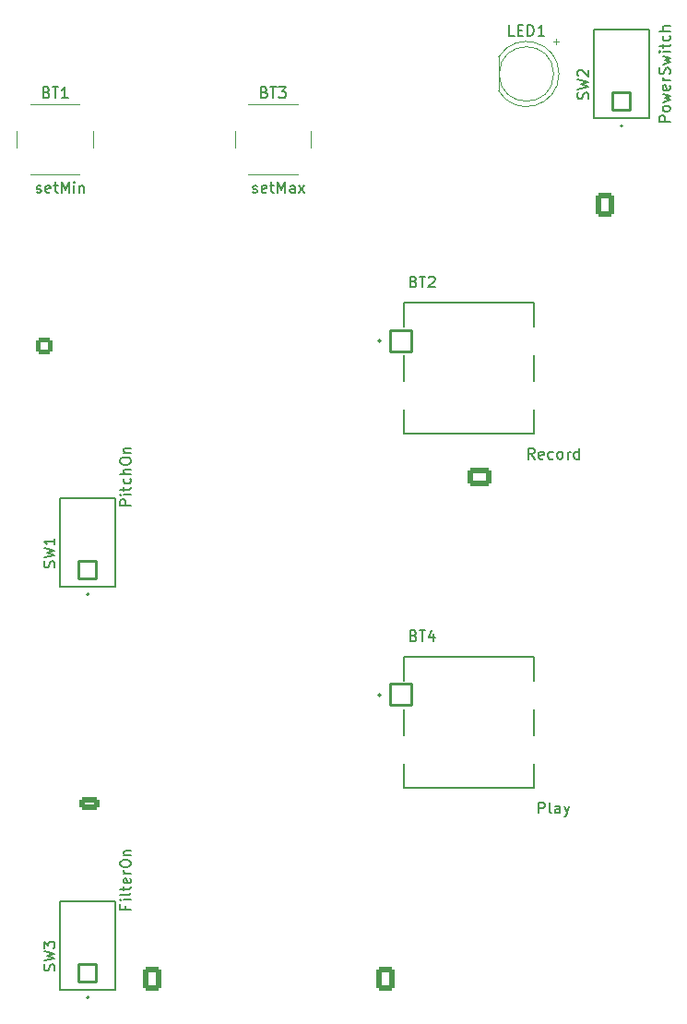
<source format=gto>
%TF.GenerationSoftware,KiCad,Pcbnew,9.0.6*%
%TF.CreationDate,2026-01-05T15:37:48+01:00*%
%TF.ProjectId,STR500_v1.1,53545235-3030-45f7-9631-2e312e6b6963,rev?*%
%TF.SameCoordinates,Original*%
%TF.FileFunction,Legend,Top*%
%TF.FilePolarity,Positive*%
%FSLAX46Y46*%
G04 Gerber Fmt 4.6, Leading zero omitted, Abs format (unit mm)*
G04 Created by KiCad (PCBNEW 9.0.6) date 2026-01-05 15:37:48*
%MOMM*%
%LPD*%
G01*
G04 APERTURE LIST*
G04 Aperture macros list*
%AMRoundRect*
0 Rectangle with rounded corners*
0 $1 Rounding radius*
0 $2 $3 $4 $5 $6 $7 $8 $9 X,Y pos of 4 corners*
0 Add a 4 corners polygon primitive as box body*
4,1,4,$2,$3,$4,$5,$6,$7,$8,$9,$2,$3,0*
0 Add four circle primitives for the rounded corners*
1,1,$1+$1,$2,$3*
1,1,$1+$1,$4,$5*
1,1,$1+$1,$6,$7*
1,1,$1+$1,$8,$9*
0 Add four rect primitives between the rounded corners*
20,1,$1+$1,$2,$3,$4,$5,0*
20,1,$1+$1,$4,$5,$6,$7,0*
20,1,$1+$1,$6,$7,$8,$9,0*
20,1,$1+$1,$8,$9,$2,$3,0*%
G04 Aperture macros list end*
%ADD10C,0.150000*%
%ADD11C,0.120000*%
%ADD12C,0.200000*%
%ADD13C,0.127000*%
%ADD14C,1.800000*%
%ADD15R,1.800000X1.800000*%
%ADD16C,1.839000*%
%ADD17RoundRect,0.102000X0.817500X-0.817500X0.817500X0.817500X-0.817500X0.817500X-0.817500X-0.817500X0*%
%ADD18R,1.700000X1.700000*%
%ADD19RoundRect,0.250000X0.650000X-0.350000X0.650000X0.350000X-0.650000X0.350000X-0.650000X-0.350000X0*%
%ADD20O,1.700000X1.700000*%
%ADD21O,1.800000X1.200000*%
%ADD22RoundRect,0.102000X-0.975000X-0.975000X0.975000X-0.975000X0.975000X0.975000X-0.975000X0.975000X0*%
%ADD23C,2.154000*%
%ADD24C,2.000000*%
%ADD25C,1.600000*%
%ADD26RoundRect,0.250000X-0.620000X-0.845000X0.620000X-0.845000X0.620000X0.845000X-0.620000X0.845000X0*%
%ADD27O,1.740000X2.190000*%
%ADD28C,1.700000*%
%ADD29RoundRect,0.250000X0.550000X-0.550000X0.550000X0.550000X-0.550000X0.550000X-0.550000X-0.550000X0*%
%ADD30RoundRect,0.250000X-0.845000X0.620000X-0.845000X-0.620000X0.845000X-0.620000X0.845000X0.620000X0*%
%ADD31O,2.190000X1.740000*%
G04 APERTURE END LIST*
D10*
X152150952Y-41494819D02*
X151674762Y-41494819D01*
X151674762Y-41494819D02*
X151674762Y-40494819D01*
X152484286Y-40971009D02*
X152817619Y-40971009D01*
X152960476Y-41494819D02*
X152484286Y-41494819D01*
X152484286Y-41494819D02*
X152484286Y-40494819D01*
X152484286Y-40494819D02*
X152960476Y-40494819D01*
X153389048Y-41494819D02*
X153389048Y-40494819D01*
X153389048Y-40494819D02*
X153627143Y-40494819D01*
X153627143Y-40494819D02*
X153770000Y-40542438D01*
X153770000Y-40542438D02*
X153865238Y-40637676D01*
X153865238Y-40637676D02*
X153912857Y-40732914D01*
X153912857Y-40732914D02*
X153960476Y-40923390D01*
X153960476Y-40923390D02*
X153960476Y-41066247D01*
X153960476Y-41066247D02*
X153912857Y-41256723D01*
X153912857Y-41256723D02*
X153865238Y-41351961D01*
X153865238Y-41351961D02*
X153770000Y-41447200D01*
X153770000Y-41447200D02*
X153627143Y-41494819D01*
X153627143Y-41494819D02*
X153389048Y-41494819D01*
X154912857Y-41494819D02*
X154341429Y-41494819D01*
X154627143Y-41494819D02*
X154627143Y-40494819D01*
X154627143Y-40494819D02*
X154531905Y-40637676D01*
X154531905Y-40637676D02*
X154436667Y-40732914D01*
X154436667Y-40732914D02*
X154341429Y-40780533D01*
X158914700Y-47285832D02*
X158962319Y-47142975D01*
X158962319Y-47142975D02*
X158962319Y-46904880D01*
X158962319Y-46904880D02*
X158914700Y-46809642D01*
X158914700Y-46809642D02*
X158867080Y-46762023D01*
X158867080Y-46762023D02*
X158771842Y-46714404D01*
X158771842Y-46714404D02*
X158676604Y-46714404D01*
X158676604Y-46714404D02*
X158581366Y-46762023D01*
X158581366Y-46762023D02*
X158533747Y-46809642D01*
X158533747Y-46809642D02*
X158486128Y-46904880D01*
X158486128Y-46904880D02*
X158438509Y-47095356D01*
X158438509Y-47095356D02*
X158390890Y-47190594D01*
X158390890Y-47190594D02*
X158343271Y-47238213D01*
X158343271Y-47238213D02*
X158248033Y-47285832D01*
X158248033Y-47285832D02*
X158152795Y-47285832D01*
X158152795Y-47285832D02*
X158057557Y-47238213D01*
X158057557Y-47238213D02*
X158009938Y-47190594D01*
X158009938Y-47190594D02*
X157962319Y-47095356D01*
X157962319Y-47095356D02*
X157962319Y-46857261D01*
X157962319Y-46857261D02*
X158009938Y-46714404D01*
X157962319Y-46381070D02*
X158962319Y-46142975D01*
X158962319Y-46142975D02*
X158248033Y-45952499D01*
X158248033Y-45952499D02*
X158962319Y-45762023D01*
X158962319Y-45762023D02*
X157962319Y-45523928D01*
X158057557Y-45190594D02*
X158009938Y-45142975D01*
X158009938Y-45142975D02*
X157962319Y-45047737D01*
X157962319Y-45047737D02*
X157962319Y-44809642D01*
X157962319Y-44809642D02*
X158009938Y-44714404D01*
X158009938Y-44714404D02*
X158057557Y-44666785D01*
X158057557Y-44666785D02*
X158152795Y-44619166D01*
X158152795Y-44619166D02*
X158248033Y-44619166D01*
X158248033Y-44619166D02*
X158390890Y-44666785D01*
X158390890Y-44666785D02*
X158962319Y-45238213D01*
X158962319Y-45238213D02*
X158962319Y-44619166D01*
X166454819Y-49380952D02*
X165454819Y-49380952D01*
X165454819Y-49380952D02*
X165454819Y-49000000D01*
X165454819Y-49000000D02*
X165502438Y-48904762D01*
X165502438Y-48904762D02*
X165550057Y-48857143D01*
X165550057Y-48857143D02*
X165645295Y-48809524D01*
X165645295Y-48809524D02*
X165788152Y-48809524D01*
X165788152Y-48809524D02*
X165883390Y-48857143D01*
X165883390Y-48857143D02*
X165931009Y-48904762D01*
X165931009Y-48904762D02*
X165978628Y-49000000D01*
X165978628Y-49000000D02*
X165978628Y-49380952D01*
X166454819Y-48238095D02*
X166407200Y-48333333D01*
X166407200Y-48333333D02*
X166359580Y-48380952D01*
X166359580Y-48380952D02*
X166264342Y-48428571D01*
X166264342Y-48428571D02*
X165978628Y-48428571D01*
X165978628Y-48428571D02*
X165883390Y-48380952D01*
X165883390Y-48380952D02*
X165835771Y-48333333D01*
X165835771Y-48333333D02*
X165788152Y-48238095D01*
X165788152Y-48238095D02*
X165788152Y-48095238D01*
X165788152Y-48095238D02*
X165835771Y-48000000D01*
X165835771Y-48000000D02*
X165883390Y-47952381D01*
X165883390Y-47952381D02*
X165978628Y-47904762D01*
X165978628Y-47904762D02*
X166264342Y-47904762D01*
X166264342Y-47904762D02*
X166359580Y-47952381D01*
X166359580Y-47952381D02*
X166407200Y-48000000D01*
X166407200Y-48000000D02*
X166454819Y-48095238D01*
X166454819Y-48095238D02*
X166454819Y-48238095D01*
X165788152Y-47571428D02*
X166454819Y-47380952D01*
X166454819Y-47380952D02*
X165978628Y-47190476D01*
X165978628Y-47190476D02*
X166454819Y-47000000D01*
X166454819Y-47000000D02*
X165788152Y-46809524D01*
X166407200Y-46047619D02*
X166454819Y-46142857D01*
X166454819Y-46142857D02*
X166454819Y-46333333D01*
X166454819Y-46333333D02*
X166407200Y-46428571D01*
X166407200Y-46428571D02*
X166311961Y-46476190D01*
X166311961Y-46476190D02*
X165931009Y-46476190D01*
X165931009Y-46476190D02*
X165835771Y-46428571D01*
X165835771Y-46428571D02*
X165788152Y-46333333D01*
X165788152Y-46333333D02*
X165788152Y-46142857D01*
X165788152Y-46142857D02*
X165835771Y-46047619D01*
X165835771Y-46047619D02*
X165931009Y-46000000D01*
X165931009Y-46000000D02*
X166026247Y-46000000D01*
X166026247Y-46000000D02*
X166121485Y-46476190D01*
X166454819Y-45571428D02*
X165788152Y-45571428D01*
X165978628Y-45571428D02*
X165883390Y-45523809D01*
X165883390Y-45523809D02*
X165835771Y-45476190D01*
X165835771Y-45476190D02*
X165788152Y-45380952D01*
X165788152Y-45380952D02*
X165788152Y-45285714D01*
X166407200Y-44999999D02*
X166454819Y-44857142D01*
X166454819Y-44857142D02*
X166454819Y-44619047D01*
X166454819Y-44619047D02*
X166407200Y-44523809D01*
X166407200Y-44523809D02*
X166359580Y-44476190D01*
X166359580Y-44476190D02*
X166264342Y-44428571D01*
X166264342Y-44428571D02*
X166169104Y-44428571D01*
X166169104Y-44428571D02*
X166073866Y-44476190D01*
X166073866Y-44476190D02*
X166026247Y-44523809D01*
X166026247Y-44523809D02*
X165978628Y-44619047D01*
X165978628Y-44619047D02*
X165931009Y-44809523D01*
X165931009Y-44809523D02*
X165883390Y-44904761D01*
X165883390Y-44904761D02*
X165835771Y-44952380D01*
X165835771Y-44952380D02*
X165740533Y-44999999D01*
X165740533Y-44999999D02*
X165645295Y-44999999D01*
X165645295Y-44999999D02*
X165550057Y-44952380D01*
X165550057Y-44952380D02*
X165502438Y-44904761D01*
X165502438Y-44904761D02*
X165454819Y-44809523D01*
X165454819Y-44809523D02*
X165454819Y-44571428D01*
X165454819Y-44571428D02*
X165502438Y-44428571D01*
X165788152Y-44095237D02*
X166454819Y-43904761D01*
X166454819Y-43904761D02*
X165978628Y-43714285D01*
X165978628Y-43714285D02*
X166454819Y-43523809D01*
X166454819Y-43523809D02*
X165788152Y-43333333D01*
X166454819Y-42952380D02*
X165788152Y-42952380D01*
X165454819Y-42952380D02*
X165502438Y-42999999D01*
X165502438Y-42999999D02*
X165550057Y-42952380D01*
X165550057Y-42952380D02*
X165502438Y-42904761D01*
X165502438Y-42904761D02*
X165454819Y-42952380D01*
X165454819Y-42952380D02*
X165550057Y-42952380D01*
X165788152Y-42619047D02*
X165788152Y-42238095D01*
X165454819Y-42476190D02*
X166311961Y-42476190D01*
X166311961Y-42476190D02*
X166407200Y-42428571D01*
X166407200Y-42428571D02*
X166454819Y-42333333D01*
X166454819Y-42333333D02*
X166454819Y-42238095D01*
X166407200Y-41476190D02*
X166454819Y-41571428D01*
X166454819Y-41571428D02*
X166454819Y-41761904D01*
X166454819Y-41761904D02*
X166407200Y-41857142D01*
X166407200Y-41857142D02*
X166359580Y-41904761D01*
X166359580Y-41904761D02*
X166264342Y-41952380D01*
X166264342Y-41952380D02*
X165978628Y-41952380D01*
X165978628Y-41952380D02*
X165883390Y-41904761D01*
X165883390Y-41904761D02*
X165835771Y-41857142D01*
X165835771Y-41857142D02*
X165788152Y-41761904D01*
X165788152Y-41761904D02*
X165788152Y-41571428D01*
X165788152Y-41571428D02*
X165835771Y-41476190D01*
X166454819Y-41047618D02*
X165454819Y-41047618D01*
X166454819Y-40619047D02*
X165931009Y-40619047D01*
X165931009Y-40619047D02*
X165835771Y-40666666D01*
X165835771Y-40666666D02*
X165788152Y-40761904D01*
X165788152Y-40761904D02*
X165788152Y-40904761D01*
X165788152Y-40904761D02*
X165835771Y-40999999D01*
X165835771Y-40999999D02*
X165883390Y-41047618D01*
X142914285Y-96546009D02*
X143057142Y-96593628D01*
X143057142Y-96593628D02*
X143104761Y-96641247D01*
X143104761Y-96641247D02*
X143152380Y-96736485D01*
X143152380Y-96736485D02*
X143152380Y-96879342D01*
X143152380Y-96879342D02*
X143104761Y-96974580D01*
X143104761Y-96974580D02*
X143057142Y-97022200D01*
X143057142Y-97022200D02*
X142961904Y-97069819D01*
X142961904Y-97069819D02*
X142580952Y-97069819D01*
X142580952Y-97069819D02*
X142580952Y-96069819D01*
X142580952Y-96069819D02*
X142914285Y-96069819D01*
X142914285Y-96069819D02*
X143009523Y-96117438D01*
X143009523Y-96117438D02*
X143057142Y-96165057D01*
X143057142Y-96165057D02*
X143104761Y-96260295D01*
X143104761Y-96260295D02*
X143104761Y-96355533D01*
X143104761Y-96355533D02*
X143057142Y-96450771D01*
X143057142Y-96450771D02*
X143009523Y-96498390D01*
X143009523Y-96498390D02*
X142914285Y-96546009D01*
X142914285Y-96546009D02*
X142580952Y-96546009D01*
X143438095Y-96069819D02*
X144009523Y-96069819D01*
X143723809Y-97069819D02*
X143723809Y-96069819D01*
X144771428Y-96403152D02*
X144771428Y-97069819D01*
X144533333Y-96022200D02*
X144295238Y-96736485D01*
X144295238Y-96736485D02*
X144914285Y-96736485D01*
X154407857Y-112839819D02*
X154407857Y-111839819D01*
X154407857Y-111839819D02*
X154788809Y-111839819D01*
X154788809Y-111839819D02*
X154884047Y-111887438D01*
X154884047Y-111887438D02*
X154931666Y-111935057D01*
X154931666Y-111935057D02*
X154979285Y-112030295D01*
X154979285Y-112030295D02*
X154979285Y-112173152D01*
X154979285Y-112173152D02*
X154931666Y-112268390D01*
X154931666Y-112268390D02*
X154884047Y-112316009D01*
X154884047Y-112316009D02*
X154788809Y-112363628D01*
X154788809Y-112363628D02*
X154407857Y-112363628D01*
X155550714Y-112839819D02*
X155455476Y-112792200D01*
X155455476Y-112792200D02*
X155407857Y-112696961D01*
X155407857Y-112696961D02*
X155407857Y-111839819D01*
X156360238Y-112839819D02*
X156360238Y-112316009D01*
X156360238Y-112316009D02*
X156312619Y-112220771D01*
X156312619Y-112220771D02*
X156217381Y-112173152D01*
X156217381Y-112173152D02*
X156026905Y-112173152D01*
X156026905Y-112173152D02*
X155931667Y-112220771D01*
X156360238Y-112792200D02*
X156265000Y-112839819D01*
X156265000Y-112839819D02*
X156026905Y-112839819D01*
X156026905Y-112839819D02*
X155931667Y-112792200D01*
X155931667Y-112792200D02*
X155884048Y-112696961D01*
X155884048Y-112696961D02*
X155884048Y-112601723D01*
X155884048Y-112601723D02*
X155931667Y-112506485D01*
X155931667Y-112506485D02*
X156026905Y-112458866D01*
X156026905Y-112458866D02*
X156265000Y-112458866D01*
X156265000Y-112458866D02*
X156360238Y-112411247D01*
X156741191Y-112173152D02*
X156979286Y-112839819D01*
X157217381Y-112173152D02*
X156979286Y-112839819D01*
X156979286Y-112839819D02*
X156884048Y-113077914D01*
X156884048Y-113077914D02*
X156836429Y-113125533D01*
X156836429Y-113125533D02*
X156741191Y-113173152D01*
X109214285Y-46681009D02*
X109357142Y-46728628D01*
X109357142Y-46728628D02*
X109404761Y-46776247D01*
X109404761Y-46776247D02*
X109452380Y-46871485D01*
X109452380Y-46871485D02*
X109452380Y-47014342D01*
X109452380Y-47014342D02*
X109404761Y-47109580D01*
X109404761Y-47109580D02*
X109357142Y-47157200D01*
X109357142Y-47157200D02*
X109261904Y-47204819D01*
X109261904Y-47204819D02*
X108880952Y-47204819D01*
X108880952Y-47204819D02*
X108880952Y-46204819D01*
X108880952Y-46204819D02*
X109214285Y-46204819D01*
X109214285Y-46204819D02*
X109309523Y-46252438D01*
X109309523Y-46252438D02*
X109357142Y-46300057D01*
X109357142Y-46300057D02*
X109404761Y-46395295D01*
X109404761Y-46395295D02*
X109404761Y-46490533D01*
X109404761Y-46490533D02*
X109357142Y-46585771D01*
X109357142Y-46585771D02*
X109309523Y-46633390D01*
X109309523Y-46633390D02*
X109214285Y-46681009D01*
X109214285Y-46681009D02*
X108880952Y-46681009D01*
X109738095Y-46204819D02*
X110309523Y-46204819D01*
X110023809Y-47204819D02*
X110023809Y-46204819D01*
X111166666Y-47204819D02*
X110595238Y-47204819D01*
X110880952Y-47204819D02*
X110880952Y-46204819D01*
X110880952Y-46204819D02*
X110785714Y-46347676D01*
X110785714Y-46347676D02*
X110690476Y-46442914D01*
X110690476Y-46442914D02*
X110595238Y-46490533D01*
X108309524Y-55857200D02*
X108404762Y-55904819D01*
X108404762Y-55904819D02*
X108595238Y-55904819D01*
X108595238Y-55904819D02*
X108690476Y-55857200D01*
X108690476Y-55857200D02*
X108738095Y-55761961D01*
X108738095Y-55761961D02*
X108738095Y-55714342D01*
X108738095Y-55714342D02*
X108690476Y-55619104D01*
X108690476Y-55619104D02*
X108595238Y-55571485D01*
X108595238Y-55571485D02*
X108452381Y-55571485D01*
X108452381Y-55571485D02*
X108357143Y-55523866D01*
X108357143Y-55523866D02*
X108309524Y-55428628D01*
X108309524Y-55428628D02*
X108309524Y-55381009D01*
X108309524Y-55381009D02*
X108357143Y-55285771D01*
X108357143Y-55285771D02*
X108452381Y-55238152D01*
X108452381Y-55238152D02*
X108595238Y-55238152D01*
X108595238Y-55238152D02*
X108690476Y-55285771D01*
X109547619Y-55857200D02*
X109452381Y-55904819D01*
X109452381Y-55904819D02*
X109261905Y-55904819D01*
X109261905Y-55904819D02*
X109166667Y-55857200D01*
X109166667Y-55857200D02*
X109119048Y-55761961D01*
X109119048Y-55761961D02*
X109119048Y-55381009D01*
X109119048Y-55381009D02*
X109166667Y-55285771D01*
X109166667Y-55285771D02*
X109261905Y-55238152D01*
X109261905Y-55238152D02*
X109452381Y-55238152D01*
X109452381Y-55238152D02*
X109547619Y-55285771D01*
X109547619Y-55285771D02*
X109595238Y-55381009D01*
X109595238Y-55381009D02*
X109595238Y-55476247D01*
X109595238Y-55476247D02*
X109119048Y-55571485D01*
X109880953Y-55238152D02*
X110261905Y-55238152D01*
X110023810Y-54904819D02*
X110023810Y-55761961D01*
X110023810Y-55761961D02*
X110071429Y-55857200D01*
X110071429Y-55857200D02*
X110166667Y-55904819D01*
X110166667Y-55904819D02*
X110261905Y-55904819D01*
X110595239Y-55904819D02*
X110595239Y-54904819D01*
X110595239Y-54904819D02*
X110928572Y-55619104D01*
X110928572Y-55619104D02*
X111261905Y-54904819D01*
X111261905Y-54904819D02*
X111261905Y-55904819D01*
X111738096Y-55904819D02*
X111738096Y-55238152D01*
X111738096Y-54904819D02*
X111690477Y-54952438D01*
X111690477Y-54952438D02*
X111738096Y-55000057D01*
X111738096Y-55000057D02*
X111785715Y-54952438D01*
X111785715Y-54952438D02*
X111738096Y-54904819D01*
X111738096Y-54904819D02*
X111738096Y-55000057D01*
X112214286Y-55238152D02*
X112214286Y-55904819D01*
X112214286Y-55333390D02*
X112261905Y-55285771D01*
X112261905Y-55285771D02*
X112357143Y-55238152D01*
X112357143Y-55238152D02*
X112500000Y-55238152D01*
X112500000Y-55238152D02*
X112595238Y-55285771D01*
X112595238Y-55285771D02*
X112642857Y-55381009D01*
X112642857Y-55381009D02*
X112642857Y-55904819D01*
X142914285Y-64046009D02*
X143057142Y-64093628D01*
X143057142Y-64093628D02*
X143104761Y-64141247D01*
X143104761Y-64141247D02*
X143152380Y-64236485D01*
X143152380Y-64236485D02*
X143152380Y-64379342D01*
X143152380Y-64379342D02*
X143104761Y-64474580D01*
X143104761Y-64474580D02*
X143057142Y-64522200D01*
X143057142Y-64522200D02*
X142961904Y-64569819D01*
X142961904Y-64569819D02*
X142580952Y-64569819D01*
X142580952Y-64569819D02*
X142580952Y-63569819D01*
X142580952Y-63569819D02*
X142914285Y-63569819D01*
X142914285Y-63569819D02*
X143009523Y-63617438D01*
X143009523Y-63617438D02*
X143057142Y-63665057D01*
X143057142Y-63665057D02*
X143104761Y-63760295D01*
X143104761Y-63760295D02*
X143104761Y-63855533D01*
X143104761Y-63855533D02*
X143057142Y-63950771D01*
X143057142Y-63950771D02*
X143009523Y-63998390D01*
X143009523Y-63998390D02*
X142914285Y-64046009D01*
X142914285Y-64046009D02*
X142580952Y-64046009D01*
X143438095Y-63569819D02*
X144009523Y-63569819D01*
X143723809Y-64569819D02*
X143723809Y-63569819D01*
X144295238Y-63665057D02*
X144342857Y-63617438D01*
X144342857Y-63617438D02*
X144438095Y-63569819D01*
X144438095Y-63569819D02*
X144676190Y-63569819D01*
X144676190Y-63569819D02*
X144771428Y-63617438D01*
X144771428Y-63617438D02*
X144819047Y-63665057D01*
X144819047Y-63665057D02*
X144866666Y-63760295D01*
X144866666Y-63760295D02*
X144866666Y-63855533D01*
X144866666Y-63855533D02*
X144819047Y-63998390D01*
X144819047Y-63998390D02*
X144247619Y-64569819D01*
X144247619Y-64569819D02*
X144866666Y-64569819D01*
X154003094Y-80339819D02*
X153669761Y-79863628D01*
X153431666Y-80339819D02*
X153431666Y-79339819D01*
X153431666Y-79339819D02*
X153812618Y-79339819D01*
X153812618Y-79339819D02*
X153907856Y-79387438D01*
X153907856Y-79387438D02*
X153955475Y-79435057D01*
X153955475Y-79435057D02*
X154003094Y-79530295D01*
X154003094Y-79530295D02*
X154003094Y-79673152D01*
X154003094Y-79673152D02*
X153955475Y-79768390D01*
X153955475Y-79768390D02*
X153907856Y-79816009D01*
X153907856Y-79816009D02*
X153812618Y-79863628D01*
X153812618Y-79863628D02*
X153431666Y-79863628D01*
X154812618Y-80292200D02*
X154717380Y-80339819D01*
X154717380Y-80339819D02*
X154526904Y-80339819D01*
X154526904Y-80339819D02*
X154431666Y-80292200D01*
X154431666Y-80292200D02*
X154384047Y-80196961D01*
X154384047Y-80196961D02*
X154384047Y-79816009D01*
X154384047Y-79816009D02*
X154431666Y-79720771D01*
X154431666Y-79720771D02*
X154526904Y-79673152D01*
X154526904Y-79673152D02*
X154717380Y-79673152D01*
X154717380Y-79673152D02*
X154812618Y-79720771D01*
X154812618Y-79720771D02*
X154860237Y-79816009D01*
X154860237Y-79816009D02*
X154860237Y-79911247D01*
X154860237Y-79911247D02*
X154384047Y-80006485D01*
X155717380Y-80292200D02*
X155622142Y-80339819D01*
X155622142Y-80339819D02*
X155431666Y-80339819D01*
X155431666Y-80339819D02*
X155336428Y-80292200D01*
X155336428Y-80292200D02*
X155288809Y-80244580D01*
X155288809Y-80244580D02*
X155241190Y-80149342D01*
X155241190Y-80149342D02*
X155241190Y-79863628D01*
X155241190Y-79863628D02*
X155288809Y-79768390D01*
X155288809Y-79768390D02*
X155336428Y-79720771D01*
X155336428Y-79720771D02*
X155431666Y-79673152D01*
X155431666Y-79673152D02*
X155622142Y-79673152D01*
X155622142Y-79673152D02*
X155717380Y-79720771D01*
X156288809Y-80339819D02*
X156193571Y-80292200D01*
X156193571Y-80292200D02*
X156145952Y-80244580D01*
X156145952Y-80244580D02*
X156098333Y-80149342D01*
X156098333Y-80149342D02*
X156098333Y-79863628D01*
X156098333Y-79863628D02*
X156145952Y-79768390D01*
X156145952Y-79768390D02*
X156193571Y-79720771D01*
X156193571Y-79720771D02*
X156288809Y-79673152D01*
X156288809Y-79673152D02*
X156431666Y-79673152D01*
X156431666Y-79673152D02*
X156526904Y-79720771D01*
X156526904Y-79720771D02*
X156574523Y-79768390D01*
X156574523Y-79768390D02*
X156622142Y-79863628D01*
X156622142Y-79863628D02*
X156622142Y-80149342D01*
X156622142Y-80149342D02*
X156574523Y-80244580D01*
X156574523Y-80244580D02*
X156526904Y-80292200D01*
X156526904Y-80292200D02*
X156431666Y-80339819D01*
X156431666Y-80339819D02*
X156288809Y-80339819D01*
X157050714Y-80339819D02*
X157050714Y-79673152D01*
X157050714Y-79863628D02*
X157098333Y-79768390D01*
X157098333Y-79768390D02*
X157145952Y-79720771D01*
X157145952Y-79720771D02*
X157241190Y-79673152D01*
X157241190Y-79673152D02*
X157336428Y-79673152D01*
X158098333Y-80339819D02*
X158098333Y-79339819D01*
X158098333Y-80292200D02*
X158003095Y-80339819D01*
X158003095Y-80339819D02*
X157812619Y-80339819D01*
X157812619Y-80339819D02*
X157717381Y-80292200D01*
X157717381Y-80292200D02*
X157669762Y-80244580D01*
X157669762Y-80244580D02*
X157622143Y-80149342D01*
X157622143Y-80149342D02*
X157622143Y-79863628D01*
X157622143Y-79863628D02*
X157669762Y-79768390D01*
X157669762Y-79768390D02*
X157717381Y-79720771D01*
X157717381Y-79720771D02*
X157812619Y-79673152D01*
X157812619Y-79673152D02*
X158003095Y-79673152D01*
X158003095Y-79673152D02*
X158098333Y-79720771D01*
X109914700Y-127285832D02*
X109962319Y-127142975D01*
X109962319Y-127142975D02*
X109962319Y-126904880D01*
X109962319Y-126904880D02*
X109914700Y-126809642D01*
X109914700Y-126809642D02*
X109867080Y-126762023D01*
X109867080Y-126762023D02*
X109771842Y-126714404D01*
X109771842Y-126714404D02*
X109676604Y-126714404D01*
X109676604Y-126714404D02*
X109581366Y-126762023D01*
X109581366Y-126762023D02*
X109533747Y-126809642D01*
X109533747Y-126809642D02*
X109486128Y-126904880D01*
X109486128Y-126904880D02*
X109438509Y-127095356D01*
X109438509Y-127095356D02*
X109390890Y-127190594D01*
X109390890Y-127190594D02*
X109343271Y-127238213D01*
X109343271Y-127238213D02*
X109248033Y-127285832D01*
X109248033Y-127285832D02*
X109152795Y-127285832D01*
X109152795Y-127285832D02*
X109057557Y-127238213D01*
X109057557Y-127238213D02*
X109009938Y-127190594D01*
X109009938Y-127190594D02*
X108962319Y-127095356D01*
X108962319Y-127095356D02*
X108962319Y-126857261D01*
X108962319Y-126857261D02*
X109009938Y-126714404D01*
X108962319Y-126381070D02*
X109962319Y-126142975D01*
X109962319Y-126142975D02*
X109248033Y-125952499D01*
X109248033Y-125952499D02*
X109962319Y-125762023D01*
X109962319Y-125762023D02*
X108962319Y-125523928D01*
X108962319Y-125238213D02*
X108962319Y-124619166D01*
X108962319Y-124619166D02*
X109343271Y-124952499D01*
X109343271Y-124952499D02*
X109343271Y-124809642D01*
X109343271Y-124809642D02*
X109390890Y-124714404D01*
X109390890Y-124714404D02*
X109438509Y-124666785D01*
X109438509Y-124666785D02*
X109533747Y-124619166D01*
X109533747Y-124619166D02*
X109771842Y-124619166D01*
X109771842Y-124619166D02*
X109867080Y-124666785D01*
X109867080Y-124666785D02*
X109914700Y-124714404D01*
X109914700Y-124714404D02*
X109962319Y-124809642D01*
X109962319Y-124809642D02*
X109962319Y-125095356D01*
X109962319Y-125095356D02*
X109914700Y-125190594D01*
X109914700Y-125190594D02*
X109867080Y-125238213D01*
X116423509Y-121324643D02*
X116423509Y-121657976D01*
X116947319Y-121657976D02*
X115947319Y-121657976D01*
X115947319Y-121657976D02*
X115947319Y-121181786D01*
X116947319Y-120800833D02*
X116280652Y-120800833D01*
X115947319Y-120800833D02*
X115994938Y-120848452D01*
X115994938Y-120848452D02*
X116042557Y-120800833D01*
X116042557Y-120800833D02*
X115994938Y-120753214D01*
X115994938Y-120753214D02*
X115947319Y-120800833D01*
X115947319Y-120800833D02*
X116042557Y-120800833D01*
X116947319Y-120181786D02*
X116899700Y-120277024D01*
X116899700Y-120277024D02*
X116804461Y-120324643D01*
X116804461Y-120324643D02*
X115947319Y-120324643D01*
X116280652Y-119943690D02*
X116280652Y-119562738D01*
X115947319Y-119800833D02*
X116804461Y-119800833D01*
X116804461Y-119800833D02*
X116899700Y-119753214D01*
X116899700Y-119753214D02*
X116947319Y-119657976D01*
X116947319Y-119657976D02*
X116947319Y-119562738D01*
X116899700Y-118848452D02*
X116947319Y-118943690D01*
X116947319Y-118943690D02*
X116947319Y-119134166D01*
X116947319Y-119134166D02*
X116899700Y-119229404D01*
X116899700Y-119229404D02*
X116804461Y-119277023D01*
X116804461Y-119277023D02*
X116423509Y-119277023D01*
X116423509Y-119277023D02*
X116328271Y-119229404D01*
X116328271Y-119229404D02*
X116280652Y-119134166D01*
X116280652Y-119134166D02*
X116280652Y-118943690D01*
X116280652Y-118943690D02*
X116328271Y-118848452D01*
X116328271Y-118848452D02*
X116423509Y-118800833D01*
X116423509Y-118800833D02*
X116518747Y-118800833D01*
X116518747Y-118800833D02*
X116613985Y-119277023D01*
X116947319Y-118372261D02*
X116280652Y-118372261D01*
X116471128Y-118372261D02*
X116375890Y-118324642D01*
X116375890Y-118324642D02*
X116328271Y-118277023D01*
X116328271Y-118277023D02*
X116280652Y-118181785D01*
X116280652Y-118181785D02*
X116280652Y-118086547D01*
X115947319Y-117562737D02*
X115947319Y-117372261D01*
X115947319Y-117372261D02*
X115994938Y-117277023D01*
X115994938Y-117277023D02*
X116090176Y-117181785D01*
X116090176Y-117181785D02*
X116280652Y-117134166D01*
X116280652Y-117134166D02*
X116613985Y-117134166D01*
X116613985Y-117134166D02*
X116804461Y-117181785D01*
X116804461Y-117181785D02*
X116899700Y-117277023D01*
X116899700Y-117277023D02*
X116947319Y-117372261D01*
X116947319Y-117372261D02*
X116947319Y-117562737D01*
X116947319Y-117562737D02*
X116899700Y-117657975D01*
X116899700Y-117657975D02*
X116804461Y-117753213D01*
X116804461Y-117753213D02*
X116613985Y-117800832D01*
X116613985Y-117800832D02*
X116280652Y-117800832D01*
X116280652Y-117800832D02*
X116090176Y-117753213D01*
X116090176Y-117753213D02*
X115994938Y-117657975D01*
X115994938Y-117657975D02*
X115947319Y-117562737D01*
X116280652Y-116705594D02*
X116947319Y-116705594D01*
X116375890Y-116705594D02*
X116328271Y-116657975D01*
X116328271Y-116657975D02*
X116280652Y-116562737D01*
X116280652Y-116562737D02*
X116280652Y-116419880D01*
X116280652Y-116419880D02*
X116328271Y-116324642D01*
X116328271Y-116324642D02*
X116423509Y-116277023D01*
X116423509Y-116277023D02*
X116947319Y-116277023D01*
X109914700Y-90285832D02*
X109962319Y-90142975D01*
X109962319Y-90142975D02*
X109962319Y-89904880D01*
X109962319Y-89904880D02*
X109914700Y-89809642D01*
X109914700Y-89809642D02*
X109867080Y-89762023D01*
X109867080Y-89762023D02*
X109771842Y-89714404D01*
X109771842Y-89714404D02*
X109676604Y-89714404D01*
X109676604Y-89714404D02*
X109581366Y-89762023D01*
X109581366Y-89762023D02*
X109533747Y-89809642D01*
X109533747Y-89809642D02*
X109486128Y-89904880D01*
X109486128Y-89904880D02*
X109438509Y-90095356D01*
X109438509Y-90095356D02*
X109390890Y-90190594D01*
X109390890Y-90190594D02*
X109343271Y-90238213D01*
X109343271Y-90238213D02*
X109248033Y-90285832D01*
X109248033Y-90285832D02*
X109152795Y-90285832D01*
X109152795Y-90285832D02*
X109057557Y-90238213D01*
X109057557Y-90238213D02*
X109009938Y-90190594D01*
X109009938Y-90190594D02*
X108962319Y-90095356D01*
X108962319Y-90095356D02*
X108962319Y-89857261D01*
X108962319Y-89857261D02*
X109009938Y-89714404D01*
X108962319Y-89381070D02*
X109962319Y-89142975D01*
X109962319Y-89142975D02*
X109248033Y-88952499D01*
X109248033Y-88952499D02*
X109962319Y-88762023D01*
X109962319Y-88762023D02*
X108962319Y-88523928D01*
X109962319Y-87619166D02*
X109962319Y-88190594D01*
X109962319Y-87904880D02*
X108962319Y-87904880D01*
X108962319Y-87904880D02*
X109105176Y-88000118D01*
X109105176Y-88000118D02*
X109200414Y-88095356D01*
X109200414Y-88095356D02*
X109248033Y-88190594D01*
X116947319Y-84610356D02*
X115947319Y-84610356D01*
X115947319Y-84610356D02*
X115947319Y-84229404D01*
X115947319Y-84229404D02*
X115994938Y-84134166D01*
X115994938Y-84134166D02*
X116042557Y-84086547D01*
X116042557Y-84086547D02*
X116137795Y-84038928D01*
X116137795Y-84038928D02*
X116280652Y-84038928D01*
X116280652Y-84038928D02*
X116375890Y-84086547D01*
X116375890Y-84086547D02*
X116423509Y-84134166D01*
X116423509Y-84134166D02*
X116471128Y-84229404D01*
X116471128Y-84229404D02*
X116471128Y-84610356D01*
X116947319Y-83610356D02*
X116280652Y-83610356D01*
X115947319Y-83610356D02*
X115994938Y-83657975D01*
X115994938Y-83657975D02*
X116042557Y-83610356D01*
X116042557Y-83610356D02*
X115994938Y-83562737D01*
X115994938Y-83562737D02*
X115947319Y-83610356D01*
X115947319Y-83610356D02*
X116042557Y-83610356D01*
X116280652Y-83277023D02*
X116280652Y-82896071D01*
X115947319Y-83134166D02*
X116804461Y-83134166D01*
X116804461Y-83134166D02*
X116899700Y-83086547D01*
X116899700Y-83086547D02*
X116947319Y-82991309D01*
X116947319Y-82991309D02*
X116947319Y-82896071D01*
X116899700Y-82134166D02*
X116947319Y-82229404D01*
X116947319Y-82229404D02*
X116947319Y-82419880D01*
X116947319Y-82419880D02*
X116899700Y-82515118D01*
X116899700Y-82515118D02*
X116852080Y-82562737D01*
X116852080Y-82562737D02*
X116756842Y-82610356D01*
X116756842Y-82610356D02*
X116471128Y-82610356D01*
X116471128Y-82610356D02*
X116375890Y-82562737D01*
X116375890Y-82562737D02*
X116328271Y-82515118D01*
X116328271Y-82515118D02*
X116280652Y-82419880D01*
X116280652Y-82419880D02*
X116280652Y-82229404D01*
X116280652Y-82229404D02*
X116328271Y-82134166D01*
X116947319Y-81705594D02*
X115947319Y-81705594D01*
X116947319Y-81277023D02*
X116423509Y-81277023D01*
X116423509Y-81277023D02*
X116328271Y-81324642D01*
X116328271Y-81324642D02*
X116280652Y-81419880D01*
X116280652Y-81419880D02*
X116280652Y-81562737D01*
X116280652Y-81562737D02*
X116328271Y-81657975D01*
X116328271Y-81657975D02*
X116375890Y-81705594D01*
X115947319Y-80610356D02*
X115947319Y-80419880D01*
X115947319Y-80419880D02*
X115994938Y-80324642D01*
X115994938Y-80324642D02*
X116090176Y-80229404D01*
X116090176Y-80229404D02*
X116280652Y-80181785D01*
X116280652Y-80181785D02*
X116613985Y-80181785D01*
X116613985Y-80181785D02*
X116804461Y-80229404D01*
X116804461Y-80229404D02*
X116899700Y-80324642D01*
X116899700Y-80324642D02*
X116947319Y-80419880D01*
X116947319Y-80419880D02*
X116947319Y-80610356D01*
X116947319Y-80610356D02*
X116899700Y-80705594D01*
X116899700Y-80705594D02*
X116804461Y-80800832D01*
X116804461Y-80800832D02*
X116613985Y-80848451D01*
X116613985Y-80848451D02*
X116280652Y-80848451D01*
X116280652Y-80848451D02*
X116090176Y-80800832D01*
X116090176Y-80800832D02*
X115994938Y-80705594D01*
X115994938Y-80705594D02*
X115947319Y-80610356D01*
X116280652Y-79753213D02*
X116947319Y-79753213D01*
X116375890Y-79753213D02*
X116328271Y-79705594D01*
X116328271Y-79705594D02*
X116280652Y-79610356D01*
X116280652Y-79610356D02*
X116280652Y-79467499D01*
X116280652Y-79467499D02*
X116328271Y-79372261D01*
X116328271Y-79372261D02*
X116423509Y-79324642D01*
X116423509Y-79324642D02*
X116947319Y-79324642D01*
X129214285Y-46681009D02*
X129357142Y-46728628D01*
X129357142Y-46728628D02*
X129404761Y-46776247D01*
X129404761Y-46776247D02*
X129452380Y-46871485D01*
X129452380Y-46871485D02*
X129452380Y-47014342D01*
X129452380Y-47014342D02*
X129404761Y-47109580D01*
X129404761Y-47109580D02*
X129357142Y-47157200D01*
X129357142Y-47157200D02*
X129261904Y-47204819D01*
X129261904Y-47204819D02*
X128880952Y-47204819D01*
X128880952Y-47204819D02*
X128880952Y-46204819D01*
X128880952Y-46204819D02*
X129214285Y-46204819D01*
X129214285Y-46204819D02*
X129309523Y-46252438D01*
X129309523Y-46252438D02*
X129357142Y-46300057D01*
X129357142Y-46300057D02*
X129404761Y-46395295D01*
X129404761Y-46395295D02*
X129404761Y-46490533D01*
X129404761Y-46490533D02*
X129357142Y-46585771D01*
X129357142Y-46585771D02*
X129309523Y-46633390D01*
X129309523Y-46633390D02*
X129214285Y-46681009D01*
X129214285Y-46681009D02*
X128880952Y-46681009D01*
X129738095Y-46204819D02*
X130309523Y-46204819D01*
X130023809Y-47204819D02*
X130023809Y-46204819D01*
X130547619Y-46204819D02*
X131166666Y-46204819D01*
X131166666Y-46204819D02*
X130833333Y-46585771D01*
X130833333Y-46585771D02*
X130976190Y-46585771D01*
X130976190Y-46585771D02*
X131071428Y-46633390D01*
X131071428Y-46633390D02*
X131119047Y-46681009D01*
X131119047Y-46681009D02*
X131166666Y-46776247D01*
X131166666Y-46776247D02*
X131166666Y-47014342D01*
X131166666Y-47014342D02*
X131119047Y-47109580D01*
X131119047Y-47109580D02*
X131071428Y-47157200D01*
X131071428Y-47157200D02*
X130976190Y-47204819D01*
X130976190Y-47204819D02*
X130690476Y-47204819D01*
X130690476Y-47204819D02*
X130595238Y-47157200D01*
X130595238Y-47157200D02*
X130547619Y-47109580D01*
X128142857Y-55857200D02*
X128238095Y-55904819D01*
X128238095Y-55904819D02*
X128428571Y-55904819D01*
X128428571Y-55904819D02*
X128523809Y-55857200D01*
X128523809Y-55857200D02*
X128571428Y-55761961D01*
X128571428Y-55761961D02*
X128571428Y-55714342D01*
X128571428Y-55714342D02*
X128523809Y-55619104D01*
X128523809Y-55619104D02*
X128428571Y-55571485D01*
X128428571Y-55571485D02*
X128285714Y-55571485D01*
X128285714Y-55571485D02*
X128190476Y-55523866D01*
X128190476Y-55523866D02*
X128142857Y-55428628D01*
X128142857Y-55428628D02*
X128142857Y-55381009D01*
X128142857Y-55381009D02*
X128190476Y-55285771D01*
X128190476Y-55285771D02*
X128285714Y-55238152D01*
X128285714Y-55238152D02*
X128428571Y-55238152D01*
X128428571Y-55238152D02*
X128523809Y-55285771D01*
X129380952Y-55857200D02*
X129285714Y-55904819D01*
X129285714Y-55904819D02*
X129095238Y-55904819D01*
X129095238Y-55904819D02*
X129000000Y-55857200D01*
X129000000Y-55857200D02*
X128952381Y-55761961D01*
X128952381Y-55761961D02*
X128952381Y-55381009D01*
X128952381Y-55381009D02*
X129000000Y-55285771D01*
X129000000Y-55285771D02*
X129095238Y-55238152D01*
X129095238Y-55238152D02*
X129285714Y-55238152D01*
X129285714Y-55238152D02*
X129380952Y-55285771D01*
X129380952Y-55285771D02*
X129428571Y-55381009D01*
X129428571Y-55381009D02*
X129428571Y-55476247D01*
X129428571Y-55476247D02*
X128952381Y-55571485D01*
X129714286Y-55238152D02*
X130095238Y-55238152D01*
X129857143Y-54904819D02*
X129857143Y-55761961D01*
X129857143Y-55761961D02*
X129904762Y-55857200D01*
X129904762Y-55857200D02*
X130000000Y-55904819D01*
X130000000Y-55904819D02*
X130095238Y-55904819D01*
X130428572Y-55904819D02*
X130428572Y-54904819D01*
X130428572Y-54904819D02*
X130761905Y-55619104D01*
X130761905Y-55619104D02*
X131095238Y-54904819D01*
X131095238Y-54904819D02*
X131095238Y-55904819D01*
X132000000Y-55904819D02*
X132000000Y-55381009D01*
X132000000Y-55381009D02*
X131952381Y-55285771D01*
X131952381Y-55285771D02*
X131857143Y-55238152D01*
X131857143Y-55238152D02*
X131666667Y-55238152D01*
X131666667Y-55238152D02*
X131571429Y-55285771D01*
X132000000Y-55857200D02*
X131904762Y-55904819D01*
X131904762Y-55904819D02*
X131666667Y-55904819D01*
X131666667Y-55904819D02*
X131571429Y-55857200D01*
X131571429Y-55857200D02*
X131523810Y-55761961D01*
X131523810Y-55761961D02*
X131523810Y-55666723D01*
X131523810Y-55666723D02*
X131571429Y-55571485D01*
X131571429Y-55571485D02*
X131666667Y-55523866D01*
X131666667Y-55523866D02*
X131904762Y-55523866D01*
X131904762Y-55523866D02*
X132000000Y-55476247D01*
X132380953Y-55904819D02*
X132904762Y-55238152D01*
X132380953Y-55238152D02*
X132904762Y-55904819D01*
D11*
%TO.C,LED1*%
X155770000Y-45000000D02*
G75*
G02*
X150770000Y-45000000I-2500000J0D01*
G01*
X150770000Y-45000000D02*
G75*
G02*
X155770000Y-45000000I2500000J0D01*
G01*
X156260000Y-45000000D02*
G75*
G02*
X150710000Y-46544830I-2990000J0D01*
G01*
X150710000Y-43455170D02*
G75*
G02*
X156260000Y-45000000I2560000J-1544830D01*
G01*
X150710000Y-43455000D02*
X150710000Y-46545000D01*
D12*
%TO.C,SW2*%
X162100000Y-49750000D02*
G75*
G02*
X161900000Y-49750000I-100000J0D01*
G01*
X161900000Y-49750000D02*
G75*
G02*
X162100000Y-49750000I100000J0D01*
G01*
D13*
X164540000Y-49065000D02*
X164540000Y-40935000D01*
X164540000Y-40935000D02*
X159460000Y-40935000D01*
X159460000Y-49065000D02*
X164540000Y-49065000D01*
X159460000Y-40935000D02*
X159460000Y-49065000D01*
%TO.C,BT4*%
X142000000Y-98500000D02*
X154000000Y-98500000D01*
X142000000Y-100705000D02*
X142000000Y-98500000D01*
X142000000Y-103295000D02*
X142000000Y-105705000D01*
X142000000Y-110500000D02*
X142000000Y-108295000D01*
X154000000Y-98500000D02*
X154000000Y-100705000D01*
X154000000Y-103295000D02*
X154000000Y-105705000D01*
X154000000Y-110500000D02*
X142000000Y-110500000D01*
X154000000Y-110500000D02*
X154000000Y-108295000D01*
D12*
X139875000Y-102000000D02*
G75*
G02*
X139675000Y-102000000I-100000J0D01*
G01*
X139675000Y-102000000D02*
G75*
G02*
X139875000Y-102000000I100000J0D01*
G01*
D11*
%TO.C,BT1*%
X106500000Y-50250000D02*
X106500000Y-51750000D01*
X107750000Y-54250000D02*
X112250000Y-54250000D01*
X112250000Y-47750000D02*
X107750000Y-47750000D01*
X113500000Y-51750000D02*
X113500000Y-50250000D01*
D13*
%TO.C,BT2*%
X142000000Y-66000000D02*
X154000000Y-66000000D01*
X142000000Y-68205000D02*
X142000000Y-66000000D01*
X142000000Y-70795000D02*
X142000000Y-73205000D01*
X142000000Y-78000000D02*
X142000000Y-75795000D01*
X154000000Y-66000000D02*
X154000000Y-68205000D01*
X154000000Y-70795000D02*
X154000000Y-73205000D01*
X154000000Y-78000000D02*
X142000000Y-78000000D01*
X154000000Y-78000000D02*
X154000000Y-75795000D01*
D12*
X139875000Y-69500000D02*
G75*
G02*
X139675000Y-69500000I-100000J0D01*
G01*
X139675000Y-69500000D02*
G75*
G02*
X139875000Y-69500000I100000J0D01*
G01*
D13*
%TO.C,SW3*%
X110460000Y-120935000D02*
X110460000Y-129065000D01*
X110460000Y-129065000D02*
X115540000Y-129065000D01*
X115540000Y-120935000D02*
X110460000Y-120935000D01*
X115540000Y-129065000D02*
X115540000Y-120935000D01*
D12*
X113100000Y-129750000D02*
G75*
G02*
X112900000Y-129750000I-100000J0D01*
G01*
X112900000Y-129750000D02*
G75*
G02*
X113100000Y-129750000I100000J0D01*
G01*
D13*
%TO.C,SW1*%
X110460000Y-83935000D02*
X110460000Y-92065000D01*
X110460000Y-92065000D02*
X115540000Y-92065000D01*
X115540000Y-83935000D02*
X110460000Y-83935000D01*
X115540000Y-92065000D02*
X115540000Y-83935000D01*
D12*
X113100000Y-92750000D02*
G75*
G02*
X112900000Y-92750000I-100000J0D01*
G01*
X112900000Y-92750000D02*
G75*
G02*
X113100000Y-92750000I100000J0D01*
G01*
D11*
%TO.C,BT3*%
X126500000Y-50250000D02*
X126500000Y-51750000D01*
X127750000Y-54250000D02*
X132250000Y-54250000D01*
X132250000Y-47750000D02*
X127750000Y-47750000D01*
X133500000Y-51750000D02*
X133500000Y-50250000D01*
%TO.C,*%
X155750000Y-42000000D02*
X156250000Y-42000000D01*
X156000000Y-41750000D02*
X156000000Y-42250000D01*
%TD*%
%LPC*%
D14*
%TO.C,LED1*%
X154540000Y-45000000D03*
D15*
X152000000Y-45000000D03*
%TD*%
D16*
%TO.C,SW2*%
X162000000Y-42460000D03*
X162000000Y-45000000D03*
D17*
X162000000Y-47540000D03*
%TD*%
D18*
%TO.C,GameTrak1*%
X106650000Y-113075000D03*
D19*
X113150000Y-111995000D03*
D20*
X106650000Y-110535000D03*
D21*
X113150000Y-109995000D03*
D20*
X106650000Y-107995000D03*
D21*
X113150000Y-107995000D03*
X113150000Y-105995000D03*
D20*
X106650000Y-105455000D03*
D21*
X113150000Y-103995000D03*
D20*
X106650000Y-102915000D03*
%TD*%
D22*
%TO.C,BT4*%
X141750000Y-102000000D03*
D23*
X154250000Y-102000000D03*
X141750000Y-107000000D03*
X154250000Y-107000000D03*
%TD*%
D24*
%TO.C,BT1*%
X106750000Y-48750000D03*
X113250000Y-48750000D03*
X106750000Y-53250000D03*
X113250000Y-53250000D03*
%TD*%
D22*
%TO.C,BT2*%
X141750000Y-69500000D03*
D23*
X154250000Y-69500000D03*
X141750000Y-74500000D03*
X154250000Y-74500000D03*
%TD*%
D17*
%TO.C,SW3*%
X113000000Y-127540000D03*
D16*
X113000000Y-125000000D03*
X113000000Y-122460000D03*
%TD*%
D17*
%TO.C,SW1*%
X113000000Y-90540000D03*
D16*
X113000000Y-88000000D03*
X113000000Y-85460000D03*
%TD*%
D24*
%TO.C,BT3*%
X126750000Y-48750000D03*
X133250000Y-48750000D03*
X126750000Y-53250000D03*
X133250000Y-53250000D03*
%TD*%
D25*
%TO.C,C2*%
X107500000Y-62000000D03*
X112500000Y-62000000D03*
%TD*%
D26*
%TO.C,J10*%
X118920000Y-128000000D03*
D27*
X126540000Y-128000000D03*
X121460000Y-128000000D03*
X129080000Y-128000000D03*
X124000000Y-128000000D03*
X131620000Y-128000000D03*
%TD*%
D25*
%TO.C,R1*%
X148000000Y-51190000D03*
X148000000Y-58810000D03*
%TD*%
D18*
%TO.C,A1*%
X134240000Y-64740000D03*
D28*
X134240000Y-67280000D03*
X134240000Y-69820000D03*
X134240000Y-72360000D03*
X134240000Y-74900000D03*
X134240000Y-77440000D03*
X134240000Y-79980000D03*
X134240000Y-82520000D03*
X134240000Y-85060000D03*
X134240000Y-87600000D03*
X134240000Y-90140000D03*
X134240000Y-92680000D03*
X134240000Y-95220000D03*
X134240000Y-97760000D03*
X134240000Y-100300000D03*
X134240000Y-102840000D03*
X134240000Y-105380000D03*
X134240000Y-107920000D03*
X134240000Y-110460000D03*
X134240000Y-113000000D03*
X119000000Y-113000000D03*
X119000000Y-110460000D03*
X119000000Y-107920000D03*
X119000000Y-105380000D03*
X119000000Y-102840000D03*
X119000000Y-100300000D03*
X119000000Y-97760000D03*
X119000000Y-95220000D03*
X119000000Y-92680000D03*
X119000000Y-90140000D03*
X119000000Y-87600000D03*
X119000000Y-85060000D03*
X119000000Y-82520000D03*
X119000000Y-79980000D03*
X119000000Y-77440000D03*
X119000000Y-74900000D03*
X119000000Y-72360000D03*
X119000000Y-69820000D03*
X119000000Y-67280000D03*
X119000000Y-64740000D03*
%TD*%
D29*
%TO.C,C1*%
X109000000Y-70000000D03*
D25*
X109000000Y-68000000D03*
%TD*%
D30*
%TO.C,J9*%
X149000000Y-82000000D03*
D31*
X149000000Y-89620000D03*
X149000000Y-84540000D03*
X149000000Y-92160000D03*
X149000000Y-87080000D03*
X149000000Y-94700000D03*
%TD*%
D26*
%TO.C,J1*%
X160460000Y-57000000D03*
D27*
X163000000Y-57000000D03*
%TD*%
D25*
%TO.C,D1*%
X139000000Y-58810000D03*
X139000000Y-51190000D03*
%TD*%
D26*
%TO.C,J8*%
X140300000Y-128000000D03*
D27*
X147920000Y-128000000D03*
X142840000Y-128000000D03*
X150460000Y-128000000D03*
X145380000Y-128000000D03*
X153000000Y-128000000D03*
%TD*%
%LPD*%
M02*

</source>
